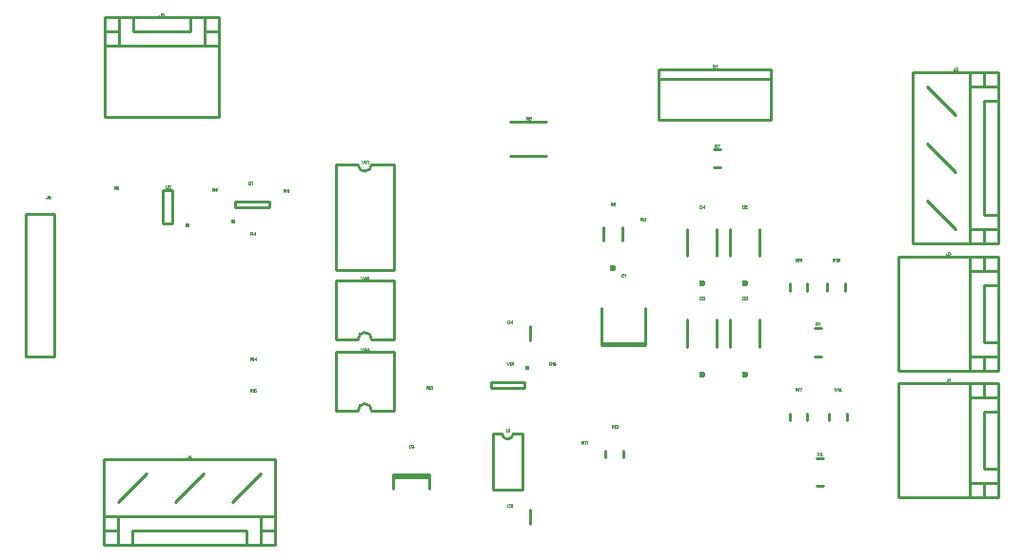
<source format=gbr>
G04 DipTrace 2.4.0.2*
%INUpper_marking.gbr*%
%MOIN*%
%ADD10C,0.0098*%
%ADD15C,0.0236*%
%ADD30C,0.0154*%
%ADD86C,0.0015*%
%FSLAX44Y44*%
G04*
G70*
G90*
G75*
G01*
%LNTopSilk*%
%LPD*%
X20170Y7270D2*
D10*
Y8566D1*
X21705Y7270D2*
Y8566D1*
Y7270D2*
X20170D1*
X21705Y7343D2*
X20170D1*
X17664Y1506D2*
Y994D1*
X12870Y2644D2*
X14130D1*
X12870Y2719D2*
X14130D1*
X12870D2*
Y2246D1*
X14130Y2719D2*
Y2246D1*
X17665Y7943D2*
Y7431D1*
X22156Y16938D2*
X26094D1*
Y15166D1*
X22156D1*
Y16938D1*
Y16584D2*
X26094D1*
D15*
X23687Y6242D3*
X23176Y7206D2*
D10*
Y8151D1*
X24199Y7206D2*
Y8151D1*
D15*
X25188Y6242D3*
X24676Y7206D2*
D10*
Y8151D1*
X25699Y7206D2*
Y8151D1*
D15*
X23687Y9429D3*
X23176Y10394D2*
D10*
Y11338D1*
X24199Y10394D2*
Y11338D1*
D15*
X25188Y9429D3*
X24676Y10394D2*
D10*
Y11338D1*
X25699Y10394D2*
Y11338D1*
X20228Y10933D2*
Y11406D1*
X20897Y10933D2*
Y11406D1*
D15*
X20562Y9968D3*
X30562Y1937D2*
D10*
X34062D1*
Y5937D1*
X30562D1*
Y1937D1*
X33063D2*
Y5937D1*
X33562Y1937D2*
Y2437D1*
X33063D2*
X33562D1*
X34062D1*
X33063Y5437D2*
X34062D1*
X33562D2*
Y5937D1*
Y2937D2*
Y4937D1*
X34062D1*
X33562Y2937D2*
X34062D1*
X31063Y10844D2*
X34063D1*
Y16844D1*
X31063D1*
Y10844D1*
X33063D2*
Y16844D1*
X33562Y10844D2*
Y11343D1*
Y16344D2*
Y16844D1*
X33063Y16344D2*
X34063D1*
X33063Y11343D2*
X34063D1*
X32563D2*
X31563Y12344D1*
X32563Y13344D2*
X31563Y14343D1*
X32563Y15344D2*
X31563Y16344D1*
X33562Y11844D2*
X34063D1*
Y15843D1*
X33562D1*
Y11844D1*
X30562Y6375D2*
X34062D1*
Y10375D1*
X30562D1*
Y6375D1*
X33063D2*
Y10375D1*
X33562Y6375D2*
Y6875D1*
X33063D2*
X33562D1*
X34062D1*
X33063Y9875D2*
X34062D1*
X33562D2*
Y10375D1*
Y7375D2*
Y9375D1*
X34062D1*
X33562Y7375D2*
X34062D1*
X2719Y3250D2*
X8719D1*
Y250D1*
X2719D1*
Y3250D1*
Y1250D2*
X8719D1*
X2719Y750D2*
X3218D1*
X8219D2*
X8719D1*
X8219Y1250D2*
Y250D1*
X3218Y1250D2*
Y250D1*
Y1750D2*
X4219Y2750D1*
X5219Y1750D2*
X6218Y2750D1*
X7219Y1750D2*
X8219Y2750D1*
X3719Y750D2*
X7718D1*
Y250D1*
X3719D1*
Y750D1*
X1000Y11875D2*
X0D1*
Y6875D1*
X1000D1*
Y11875D1*
X6750Y15250D2*
X2750D1*
Y18750D1*
X6750D1*
Y15250D1*
Y17750D2*
X2750D1*
X6750Y18250D2*
X6250D1*
Y17750D2*
Y18250D1*
Y18750D1*
X3250Y17750D2*
Y18750D1*
Y18250D2*
X2750D1*
X5750D2*
X3750D1*
Y18750D1*
X5750Y18250D2*
Y18750D1*
D30*
X7254Y11603D3*
X7346Y12104D2*
D10*
X8527D1*
Y12301D1*
X7346D1*
Y12104D1*
X27621Y7867D2*
X27856D1*
X27621Y6883D2*
X27856D1*
X27683Y3305D2*
X27919D1*
X27683Y2320D2*
X27919D1*
X24317Y14127D2*
X24081D1*
X24317Y13498D2*
X24081D1*
X16974Y15091D2*
X18233D1*
X16974Y13909D2*
X18233D1*
X20311Y3567D2*
Y3331D1*
X20940Y3567D2*
Y3331D1*
X28754Y4620D2*
Y4856D1*
X28125Y4620D2*
Y4856D1*
X27379Y4620D2*
Y4856D1*
X26750Y4620D2*
Y4856D1*
X28692Y9183D2*
Y9419D1*
X28063Y9183D2*
Y9419D1*
X27379Y9183D2*
Y9419D1*
X26750Y9183D2*
Y9419D1*
X16364Y4172D2*
Y2203D1*
X17387Y4172D2*
Y2203D1*
X16364D2*
X17387D1*
X16679Y4172D2*
X16364D1*
X17072D2*
X17387D1*
X16679D2*
G03X17072Y4172I197J0D01*
G01*
D30*
X5666Y11481D3*
X5126Y11533D2*
D10*
Y12715D1*
X4811Y11533D2*
Y12715D1*
X5126D2*
X4811D1*
X5126Y11533D2*
X4811D1*
D30*
X17559Y6460D3*
X17467Y5958D2*
D10*
X16286D1*
Y5762D1*
X17467D1*
Y5958D1*
X10852Y9900D2*
X12898D1*
X10852Y13600D2*
Y9900D1*
X12898Y13600D2*
Y9900D1*
X10852Y13600D2*
X11638D1*
X12898D2*
X12112D1*
X11638D2*
G03X12112Y13600I237J0D01*
G01*
X12899Y7476D2*
Y9524D1*
X10851D1*
Y7476D1*
X11639D1*
X12111D2*
X12899D1*
X12111D2*
G03X11639Y7476I-236J0D01*
G01*
X12899Y4976D2*
Y7024D1*
X10851D1*
Y4976D1*
X11639D1*
X12111D2*
X12899D1*
X12111D2*
G03X11639Y4976I-236J0D01*
G01*
X20946Y9733D2*
D86*
X20941Y9743D1*
X20932Y9752D1*
X20922Y9757D1*
X20903D1*
X20893Y9752D1*
X20884Y9743D1*
X20879Y9733D1*
X20874Y9719D1*
Y9695D1*
X20879Y9681D1*
X20884Y9671D1*
X20893Y9662D1*
X20903Y9657D1*
X20922D1*
X20932Y9662D1*
X20941Y9671D1*
X20946Y9681D1*
X20977Y9738D2*
X20986Y9743D1*
X21001Y9757D1*
Y9657D1*
X16942Y1668D2*
X16937Y1677D1*
X16927Y1687D1*
X16918Y1692D1*
X16899D1*
X16889Y1687D1*
X16880Y1677D1*
X16875Y1668D1*
X16870Y1653D1*
Y1629D1*
X16875Y1615D1*
X16880Y1606D1*
X16889Y1596D1*
X16899Y1591D1*
X16918D1*
X16927Y1596D1*
X16937Y1606D1*
X16942Y1615D1*
X16978Y1668D2*
Y1672D1*
X16982Y1682D1*
X16987Y1687D1*
X16997Y1692D1*
X17016D1*
X17025Y1687D1*
X17030Y1682D1*
X17035Y1672D1*
Y1663D1*
X17030Y1653D1*
X17021Y1639D1*
X16973Y1591D1*
X17040D1*
X13487Y3747D2*
X13482Y3756D1*
X13473Y3766D1*
X13463Y3770D1*
X13444D1*
X13434Y3766D1*
X13425Y3756D1*
X13420Y3747D1*
X13415Y3732D1*
Y3708D1*
X13420Y3694D1*
X13425Y3684D1*
X13434Y3675D1*
X13444Y3670D1*
X13463D1*
X13473Y3675D1*
X13482Y3684D1*
X13487Y3694D1*
X13527Y3770D2*
X13580D1*
X13551Y3732D1*
X13566D1*
X13575Y3727D1*
X13580Y3723D1*
X13585Y3708D1*
Y3699D1*
X13580Y3684D1*
X13570Y3675D1*
X13556Y3670D1*
X13542D1*
X13527Y3675D1*
X13523Y3680D1*
X13518Y3689D1*
X16940Y8105D2*
X16936Y8114D1*
X16926Y8124D1*
X16917Y8129D1*
X16897D1*
X16888Y8124D1*
X16878Y8114D1*
X16874Y8105D1*
X16869Y8091D1*
Y8067D1*
X16874Y8052D1*
X16878Y8043D1*
X16888Y8033D1*
X16897Y8028D1*
X16917D1*
X16926Y8033D1*
X16936Y8043D1*
X16940Y8052D1*
X17019Y8028D2*
Y8129D1*
X16971Y8062D1*
X17043D1*
X24064Y17084D2*
Y16984D1*
X24098D1*
X24112Y16989D1*
X24122Y16998D1*
X24126Y17008D1*
X24131Y17022D1*
Y17046D1*
X24126Y17061D1*
X24122Y17070D1*
X24112Y17080D1*
X24098Y17084D1*
X24064D1*
X24162Y17065D2*
X24172Y17070D1*
X24186Y17084D1*
Y16984D1*
X23605Y8967D2*
Y8866D1*
X23639D1*
X23653Y8871D1*
X23663Y8881D1*
X23667Y8890D1*
X23672Y8905D1*
Y8929D1*
X23667Y8943D1*
X23663Y8952D1*
X23653Y8962D1*
X23639Y8967D1*
X23605D1*
X23708Y8943D2*
Y8948D1*
X23713Y8957D1*
X23717Y8962D1*
X23727Y8967D1*
X23746D1*
X23756Y8962D1*
X23760Y8957D1*
X23765Y8948D1*
Y8938D1*
X23760Y8928D1*
X23751Y8914D1*
X23703Y8866D1*
X23770D1*
X25105Y8967D2*
Y8866D1*
X25139D1*
X25153Y8871D1*
X25163Y8881D1*
X25167Y8890D1*
X25172Y8905D1*
Y8929D1*
X25167Y8943D1*
X25163Y8952D1*
X25153Y8962D1*
X25139Y8967D1*
X25105D1*
X25213D2*
X25265D1*
X25236Y8928D1*
X25251D1*
X25260Y8924D1*
X25265Y8919D1*
X25270Y8905D1*
Y8895D1*
X25265Y8881D1*
X25256Y8871D1*
X25241Y8866D1*
X25227D1*
X25213Y8871D1*
X25208Y8876D1*
X25203Y8885D1*
X23603Y12154D2*
Y12054D1*
X23636D1*
X23651Y12059D1*
X23660Y12068D1*
X23665Y12078D1*
X23670Y12092D1*
Y12116D1*
X23665Y12130D1*
X23660Y12140D1*
X23651Y12150D1*
X23636Y12154D1*
X23603D1*
X23748Y12054D2*
Y12154D1*
X23701Y12087D1*
X23772D1*
X25105Y12154D2*
Y12054D1*
X25139D1*
X25153Y12059D1*
X25163Y12068D1*
X25167Y12078D1*
X25172Y12092D1*
Y12116D1*
X25167Y12130D1*
X25163Y12140D1*
X25153Y12150D1*
X25139Y12154D1*
X25105D1*
X25260D2*
X25213D1*
X25208Y12111D1*
X25213Y12116D1*
X25227Y12121D1*
X25241D1*
X25256Y12116D1*
X25265Y12106D1*
X25270Y12092D1*
Y12083D1*
X25265Y12068D1*
X25256Y12059D1*
X25241Y12054D1*
X25227D1*
X25213Y12059D1*
X25208Y12063D1*
X25203Y12073D1*
X20482Y12261D2*
Y12160D1*
X20516D1*
X20530Y12165D1*
X20540Y12175D1*
X20545Y12184D1*
X20549Y12198D1*
Y12222D1*
X20545Y12237D1*
X20540Y12246D1*
X20530Y12256D1*
X20516Y12261D1*
X20482D1*
X20638Y12246D2*
X20633Y12256D1*
X20619Y12261D1*
X20609D1*
X20595Y12256D1*
X20585Y12241D1*
X20580Y12218D1*
Y12194D1*
X20585Y12175D1*
X20595Y12165D1*
X20609Y12160D1*
X20614D1*
X20628Y12165D1*
X20638Y12175D1*
X20642Y12189D1*
Y12194D1*
X20638Y12208D1*
X20628Y12218D1*
X20614Y12222D1*
X20609D1*
X20595Y12218D1*
X20585Y12208D1*
X20580Y12194D1*
X32309Y6084D2*
Y6007D1*
X32304Y5993D1*
X32299Y5988D1*
X32290Y5983D1*
X32280D1*
X32271Y5988D1*
X32266Y5993D1*
X32261Y6007D1*
Y6017D1*
X32340Y6065D2*
X32349Y6070D1*
X32364Y6084D1*
Y5983D1*
X32538Y16990D2*
Y16913D1*
X32533Y16899D1*
X32528Y16894D1*
X32518Y16889D1*
X32509D1*
X32499Y16894D1*
X32495Y16899D1*
X32490Y16913D1*
Y16923D1*
X32573Y16966D2*
Y16971D1*
X32578Y16980D1*
X32583Y16985D1*
X32592Y16990D1*
X32611D1*
X32621Y16985D1*
X32626Y16980D1*
X32631Y16971D1*
Y16961D1*
X32626Y16952D1*
X32616Y16937D1*
X32568Y16889D1*
X32635D1*
X32287Y10521D2*
Y10445D1*
X32283Y10431D1*
X32278Y10426D1*
X32268Y10421D1*
X32259D1*
X32249Y10426D1*
X32244Y10431D1*
X32240Y10445D1*
Y10454D1*
X32328Y10521D2*
X32380D1*
X32352Y10483D1*
X32366D1*
X32376Y10478D1*
X32380Y10474D1*
X32385Y10459D1*
Y10450D1*
X32380Y10435D1*
X32371Y10426D1*
X32357Y10421D1*
X32342D1*
X32328Y10426D1*
X32323Y10431D1*
X32318Y10440D1*
X5691Y3396D2*
Y3320D1*
X5686Y3306D1*
X5682Y3301D1*
X5672Y3296D1*
X5662D1*
X5653Y3301D1*
X5648Y3306D1*
X5643Y3320D1*
Y3329D1*
X5770Y3296D2*
Y3396D1*
X5722Y3329D1*
X5794D1*
X750Y12514D2*
Y12437D1*
X745Y12423D1*
X740Y12418D1*
X730Y12413D1*
X721D1*
X711Y12418D1*
X707Y12423D1*
X702Y12437D1*
Y12447D1*
X838Y12513D2*
X790D1*
X785Y12470D1*
X790Y12475D1*
X804Y12480D1*
X819D1*
X833Y12475D1*
X843Y12466D1*
X847Y12451D1*
Y12442D1*
X843Y12427D1*
X833Y12418D1*
X819Y12413D1*
X804D1*
X790Y12418D1*
X785Y12423D1*
X780Y12432D1*
X4727Y18896D2*
Y18820D1*
X4723Y18806D1*
X4718Y18801D1*
X4708Y18796D1*
X4699D1*
X4689Y18801D1*
X4684Y18806D1*
X4680Y18820D1*
Y18829D1*
X4816Y18882D2*
X4811Y18892D1*
X4797Y18896D1*
X4787D1*
X4773Y18892D1*
X4763Y18877D1*
X4758Y18853D1*
Y18829D1*
X4763Y18810D1*
X4773Y18801D1*
X4787Y18796D1*
X4792D1*
X4806Y18801D1*
X4816Y18810D1*
X4820Y18825D1*
Y18829D1*
X4816Y18844D1*
X4806Y18853D1*
X4792Y18858D1*
X4787D1*
X4773Y18853D1*
X4763Y18844D1*
X4758Y18829D1*
X7815Y13009D2*
X7806Y13004D1*
X7796Y12994D1*
X7791Y12985D1*
X7786Y12970D1*
Y12947D1*
X7791Y12932D1*
X7796Y12923D1*
X7806Y12913D1*
X7815Y12908D1*
X7834D1*
X7844Y12913D1*
X7853Y12923D1*
X7858Y12932D1*
X7863Y12947D1*
Y12970D1*
X7858Y12985D1*
X7853Y12994D1*
X7844Y13004D1*
X7834Y13009D1*
X7815D1*
X7829Y12927D2*
X7858Y12899D1*
X7894Y12989D2*
X7903Y12994D1*
X7918Y13009D1*
Y12908D1*
X27678Y8005D2*
X27721D1*
X27735Y8010D1*
X27740Y8015D1*
X27745Y8024D1*
Y8034D1*
X27740Y8043D1*
X27735Y8048D1*
X27721Y8053D1*
X27678D1*
Y7952D1*
X27711Y8005D2*
X27745Y7952D1*
X27776Y8034D2*
X27785Y8039D1*
X27800Y8053D1*
Y7952D1*
X27719Y3443D2*
X27762D1*
X27776Y3447D1*
X27781Y3452D1*
X27786Y3462D1*
Y3471D1*
X27781Y3481D1*
X27776Y3486D1*
X27762Y3490D1*
X27719D1*
Y3390D1*
X27752Y3443D2*
X27786Y3390D1*
X27821Y3466D2*
Y3471D1*
X27826Y3481D1*
X27831Y3486D1*
X27841Y3490D1*
X27860D1*
X27869Y3486D1*
X27874Y3481D1*
X27879Y3471D1*
Y3462D1*
X27874Y3452D1*
X27864Y3438D1*
X27817Y3390D1*
X27884D1*
X21543Y11690D2*
X21586D1*
X21600Y11695D1*
X21605Y11700D1*
X21610Y11709D1*
Y11719D1*
X21605Y11728D1*
X21600Y11733D1*
X21586Y11738D1*
X21543D1*
Y11638D1*
X21576Y11690D2*
X21610Y11638D1*
X21650Y11738D2*
X21703D1*
X21674Y11700D1*
X21688D1*
X21698Y11695D1*
X21703Y11690D1*
X21707Y11676D1*
Y11666D1*
X21703Y11652D1*
X21693Y11642D1*
X21679Y11638D1*
X21664D1*
X21650Y11642D1*
X21645Y11647D1*
X21640Y11657D1*
X7875Y11170D2*
X7918D1*
X7932Y11175D1*
X7937Y11180D1*
X7942Y11190D1*
Y11199D1*
X7937Y11209D1*
X7932Y11214D1*
X7918Y11218D1*
X7875D1*
Y11118D1*
X7908Y11170D2*
X7942Y11118D1*
X8021D2*
Y11218D1*
X7973Y11151D1*
X8044D1*
X6543Y12734D2*
X6586D1*
X6600Y12739D1*
X6605Y12744D1*
X6610Y12754D1*
Y12763D1*
X6605Y12773D1*
X6600Y12778D1*
X6586Y12782D1*
X6543D1*
Y12682D1*
X6576Y12734D2*
X6610Y12682D1*
X6698Y12782D2*
X6650D1*
X6645Y12739D1*
X6650Y12744D1*
X6664Y12749D1*
X6679D1*
X6693Y12744D1*
X6703Y12734D1*
X6707Y12720D1*
Y12711D1*
X6703Y12696D1*
X6693Y12687D1*
X6679Y12682D1*
X6664D1*
X6650Y12687D1*
X6645Y12691D1*
X6640Y12701D1*
X3085Y12795D2*
X3128D1*
X3143Y12800D1*
X3148Y12805D1*
X3152Y12815D1*
Y12824D1*
X3148Y12834D1*
X3143Y12839D1*
X3128Y12843D1*
X3085D1*
Y12743D1*
X3119Y12795D2*
X3152Y12743D1*
X3241Y12829D2*
X3236Y12838D1*
X3221Y12843D1*
X3212D1*
X3198Y12838D1*
X3188Y12824D1*
X3183Y12800D1*
Y12776D1*
X3188Y12757D1*
X3198Y12748D1*
X3212Y12743D1*
X3217D1*
X3231Y12748D1*
X3241Y12757D1*
X3245Y12772D1*
Y12776D1*
X3241Y12791D1*
X3231Y12800D1*
X3217Y12805D1*
X3212D1*
X3198Y12800D1*
X3188Y12791D1*
X3183Y12776D1*
X24116Y14265D2*
X24159D1*
X24174Y14270D1*
X24179Y14275D1*
X24183Y14285D1*
Y14294D1*
X24179Y14304D1*
X24174Y14309D1*
X24159Y14313D1*
X24116D1*
Y14213D1*
X24150Y14265D2*
X24183Y14213D1*
X24233D2*
X24281Y14313D1*
X24214D1*
X17521Y15229D2*
X17564D1*
X17578Y15234D1*
X17583Y15238D1*
X17588Y15248D1*
Y15258D1*
X17583Y15267D1*
X17578Y15272D1*
X17564Y15277D1*
X17521D1*
Y15176D1*
X17555Y15229D2*
X17588Y15176D1*
X17643Y15277D2*
X17628Y15272D1*
X17624Y15262D1*
Y15253D1*
X17628Y15243D1*
X17638Y15238D1*
X17657Y15234D1*
X17671Y15229D1*
X17681Y15219D1*
X17686Y15210D1*
Y15195D1*
X17681Y15186D1*
X17676Y15181D1*
X17662Y15176D1*
X17643D1*
X17628Y15181D1*
X17624Y15186D1*
X17619Y15195D1*
Y15210D1*
X17624Y15219D1*
X17633Y15229D1*
X17648Y15234D1*
X17667Y15238D1*
X17676Y15243D1*
X17681Y15253D1*
Y15262D1*
X17676Y15272D1*
X17662Y15277D1*
X17643D1*
X9045Y12690D2*
X9088D1*
X9102Y12695D1*
X9107Y12700D1*
X9112Y12709D1*
Y12719D1*
X9107Y12728D1*
X9102Y12733D1*
X9088Y12738D1*
X9045D1*
Y12638D1*
X9078Y12690D2*
X9112Y12638D1*
X9205Y12704D2*
X9200Y12690D1*
X9191Y12681D1*
X9176Y12676D1*
X9172D1*
X9157Y12681D1*
X9148Y12690D1*
X9143Y12704D1*
Y12709D1*
X9148Y12724D1*
X9157Y12733D1*
X9172Y12738D1*
X9176D1*
X9191Y12733D1*
X9200Y12724D1*
X9205Y12704D1*
Y12681D1*
X9200Y12657D1*
X9191Y12642D1*
X9176Y12638D1*
X9167D1*
X9152Y12642D1*
X9148Y12652D1*
X18328Y6609D2*
X18371D1*
X18386Y6614D1*
X18390Y6619D1*
X18395Y6629D1*
Y6638D1*
X18390Y6648D1*
X18386Y6653D1*
X18371Y6657D1*
X18328D1*
Y6557D1*
X18362Y6609D2*
X18395Y6557D1*
X18426Y6638D2*
X18436Y6643D1*
X18450Y6657D1*
Y6557D1*
X18510Y6657D2*
X18495Y6652D1*
X18486Y6638D1*
X18481Y6614D1*
Y6600D1*
X18486Y6576D1*
X18495Y6562D1*
X18510Y6557D1*
X18519D1*
X18533Y6562D1*
X18543Y6576D1*
X18548Y6600D1*
Y6614D1*
X18543Y6638D1*
X18533Y6652D1*
X18519Y6657D1*
X18510D1*
X18543Y6638D2*
X18486Y6576D1*
X19475Y3859D2*
X19518D1*
X19532Y3864D1*
X19537Y3869D1*
X19542Y3879D1*
Y3888D1*
X19537Y3898D1*
X19532Y3903D1*
X19518Y3907D1*
X19475D1*
Y3807D1*
X19508Y3859D2*
X19542Y3807D1*
X19572Y3888D2*
X19582Y3893D1*
X19596Y3907D1*
Y3807D1*
X19627Y3888D2*
X19637Y3893D1*
X19651Y3907D1*
Y3807D1*
X20516Y4414D2*
X20559D1*
X20573Y4418D1*
X20578Y4423D1*
X20583Y4433D1*
Y4442D1*
X20578Y4452D1*
X20573Y4457D1*
X20559Y4461D1*
X20516D1*
Y4361D1*
X20549Y4414D2*
X20583Y4361D1*
X20614Y4442D2*
X20623Y4447D1*
X20637Y4461D1*
Y4361D1*
X20673Y4437D2*
Y4442D1*
X20678Y4452D1*
X20683Y4457D1*
X20692Y4461D1*
X20711D1*
X20721Y4457D1*
X20726Y4452D1*
X20731Y4442D1*
Y4433D1*
X20726Y4423D1*
X20716Y4409D1*
X20668Y4361D1*
X20735D1*
X14015Y5797D2*
X14058D1*
X14073Y5802D1*
X14077Y5807D1*
X14082Y5816D1*
Y5826D1*
X14077Y5835D1*
X14073Y5840D1*
X14058Y5845D1*
X14015D1*
Y5744D1*
X14049Y5797D2*
X14082Y5744D1*
X14113Y5826D2*
X14123Y5830D1*
X14137Y5845D1*
Y5744D1*
X14177Y5845D2*
X14230D1*
X14201Y5806D1*
X14216D1*
X14225Y5802D1*
X14230Y5797D1*
X14235Y5783D1*
Y5773D1*
X14230Y5759D1*
X14220Y5749D1*
X14206Y5744D1*
X14192D1*
X14177Y5749D1*
X14173Y5754D1*
X14168Y5763D1*
X7847Y6795D2*
X7890D1*
X7905Y6800D1*
X7910Y6805D1*
X7914Y6815D1*
Y6824D1*
X7910Y6834D1*
X7905Y6839D1*
X7890Y6843D1*
X7847D1*
Y6743D1*
X7881Y6795D2*
X7914Y6743D1*
X7945Y6824D2*
X7955Y6829D1*
X7969Y6843D1*
Y6743D1*
X8048D2*
Y6843D1*
X8000Y6776D1*
X8072D1*
X7850Y5670D2*
X7893D1*
X7907Y5675D1*
X7912Y5680D1*
X7917Y5690D1*
Y5699D1*
X7912Y5709D1*
X7907Y5714D1*
X7893Y5718D1*
X7850D1*
Y5618D1*
X7883Y5670D2*
X7917Y5618D1*
X7948Y5699D2*
X7957Y5704D1*
X7972Y5718D1*
Y5618D1*
X8060Y5718D2*
X8012D1*
X8007Y5675D1*
X8012Y5680D1*
X8027Y5685D1*
X8041D1*
X8055Y5680D1*
X8065Y5670D1*
X8070Y5656D1*
Y5647D1*
X8065Y5632D1*
X8055Y5623D1*
X8041Y5618D1*
X8027D1*
X8012Y5623D1*
X8007Y5627D1*
X8003Y5637D1*
X28332Y5703D2*
X28375D1*
X28390Y5707D1*
X28395Y5712D1*
X28399Y5722D1*
Y5731D1*
X28395Y5741D1*
X28390Y5746D1*
X28375Y5750D1*
X28332D1*
Y5650D1*
X28366Y5703D2*
X28399Y5650D1*
X28430Y5731D2*
X28440Y5736D1*
X28454Y5750D1*
Y5650D1*
X28542Y5736D2*
X28538Y5746D1*
X28523Y5750D1*
X28514D1*
X28499Y5746D1*
X28490Y5731D1*
X28485Y5707D1*
Y5683D1*
X28490Y5664D1*
X28499Y5655D1*
X28514Y5650D1*
X28519D1*
X28533Y5655D1*
X28542Y5664D1*
X28547Y5679D1*
Y5683D1*
X28542Y5698D1*
X28533Y5707D1*
X28519Y5712D1*
X28514D1*
X28499Y5707D1*
X28490Y5698D1*
X28485Y5683D1*
X26955Y5703D2*
X26998D1*
X27012Y5707D1*
X27017Y5712D1*
X27022Y5722D1*
Y5731D1*
X27017Y5741D1*
X27012Y5746D1*
X26998Y5750D1*
X26955D1*
Y5650D1*
X26988Y5703D2*
X27022Y5650D1*
X27053Y5731D2*
X27062Y5736D1*
X27077Y5750D1*
Y5650D1*
X27127D2*
X27174Y5750D1*
X27108D1*
X28267Y10266D2*
X28310D1*
X28325Y10270D1*
X28330Y10275D1*
X28334Y10285D1*
Y10294D1*
X28330Y10304D1*
X28325Y10309D1*
X28310Y10313D1*
X28267D1*
Y10213D1*
X28301Y10266D2*
X28334Y10213D1*
X28365Y10294D2*
X28375Y10299D1*
X28389Y10313D1*
Y10213D1*
X28444Y10313D2*
X28430Y10309D1*
X28425Y10299D1*
Y10289D1*
X28430Y10280D1*
X28439Y10275D1*
X28458Y10270D1*
X28473Y10266D1*
X28482Y10256D1*
X28487Y10246D1*
Y10232D1*
X28482Y10223D1*
X28478Y10218D1*
X28463Y10213D1*
X28444D1*
X28430Y10218D1*
X28425Y10223D1*
X28420Y10232D1*
Y10246D1*
X28425Y10256D1*
X28435Y10266D1*
X28449Y10270D1*
X28468Y10275D1*
X28478Y10280D1*
X28482Y10289D1*
Y10299D1*
X28478Y10309D1*
X28463Y10313D1*
X28444D1*
X26957Y10266D2*
X27000D1*
X27015Y10270D1*
X27019Y10275D1*
X27024Y10285D1*
Y10294D1*
X27019Y10304D1*
X27015Y10309D1*
X27000Y10313D1*
X26957D1*
Y10213D1*
X26991Y10266D2*
X27024Y10213D1*
X27055Y10294D2*
X27065Y10299D1*
X27079Y10313D1*
Y10213D1*
X27172Y10280D2*
X27167Y10266D1*
X27158Y10256D1*
X27143Y10251D1*
X27139D1*
X27124Y10256D1*
X27115Y10266D1*
X27110Y10280D1*
Y10285D1*
X27115Y10299D1*
X27124Y10309D1*
X27139Y10313D1*
X27143D1*
X27158Y10309D1*
X27167Y10299D1*
X27172Y10280D1*
Y10256D1*
X27167Y10232D1*
X27158Y10218D1*
X27143Y10213D1*
X27134D1*
X27119Y10218D1*
X27115Y10227D1*
X16815Y4318D2*
Y4246D1*
X16819Y4232D1*
X16829Y4223D1*
X16843Y4218D1*
X16853D1*
X16867Y4223D1*
X16877Y4232D1*
X16882Y4246D1*
Y4318D1*
X16912Y4299D2*
X16922Y4304D1*
X16936Y4318D1*
Y4218D1*
X4899Y12861D2*
Y12789D1*
X4904Y12775D1*
X4914Y12765D1*
X4928Y12761D1*
X4938D1*
X4952Y12765D1*
X4962Y12775D1*
X4966Y12789D1*
Y12861D1*
X5002Y12837D2*
Y12842D1*
X5007Y12851D1*
X5012Y12856D1*
X5021Y12861D1*
X5040D1*
X5050Y12856D1*
X5055Y12851D1*
X5060Y12842D1*
Y12832D1*
X5055Y12823D1*
X5045Y12808D1*
X4997Y12761D1*
X5064D1*
X16846Y6683D2*
X16885Y6583D1*
X16923Y6683D1*
X16954D2*
Y6583D1*
X16987D1*
X17002Y6588D1*
X17011Y6597D1*
X17016Y6607D1*
X17021Y6621D1*
Y6645D1*
X17016Y6659D1*
X17011Y6669D1*
X17002Y6678D1*
X16987Y6683D1*
X16954D1*
X17052Y6664D2*
X17061Y6669D1*
X17076Y6683D1*
Y6583D1*
X11756Y13747D2*
X11794Y13646D1*
X11832Y13747D1*
X11892D2*
X11882Y13742D1*
X11873Y13732D1*
X11868Y13723D1*
X11863Y13709D1*
Y13685D1*
X11868Y13670D1*
X11873Y13661D1*
X11882Y13651D1*
X11892Y13646D1*
X11911D1*
X11920Y13651D1*
X11930Y13661D1*
X11935Y13670D1*
X11939Y13685D1*
Y13709D1*
X11935Y13723D1*
X11930Y13732D1*
X11920Y13742D1*
X11911Y13747D1*
X11892D1*
X11970Y13728D2*
X11980Y13732D1*
X11994Y13747D1*
Y13646D1*
X11734Y9670D2*
X11772Y9570D1*
X11811Y9670D1*
X11870D2*
X11861Y9665D1*
X11851Y9656D1*
X11846Y9646D1*
X11842Y9632D1*
Y9608D1*
X11846Y9594D1*
X11851Y9584D1*
X11861Y9574D1*
X11870Y9570D1*
X11889D1*
X11899Y9574D1*
X11908Y9584D1*
X11913Y9594D1*
X11918Y9608D1*
Y9632D1*
X11913Y9646D1*
X11908Y9656D1*
X11899Y9665D1*
X11889Y9670D1*
X11870D1*
X11954Y9646D2*
Y9651D1*
X11958Y9660D1*
X11963Y9665D1*
X11973Y9670D1*
X11992D1*
X12001Y9665D1*
X12006Y9660D1*
X12011Y9651D1*
Y9641D1*
X12006Y9632D1*
X11997Y9617D1*
X11949Y9570D1*
X12016D1*
X11734Y7170D2*
X11772Y7070D1*
X11811Y7170D1*
X11870D2*
X11861Y7165D1*
X11851Y7156D1*
X11846Y7146D1*
X11842Y7132D1*
Y7108D1*
X11846Y7094D1*
X11851Y7084D1*
X11861Y7074D1*
X11870Y7070D1*
X11889D1*
X11899Y7074D1*
X11908Y7084D1*
X11913Y7094D1*
X11918Y7108D1*
Y7132D1*
X11913Y7146D1*
X11908Y7156D1*
X11899Y7165D1*
X11889Y7170D1*
X11870D1*
X11958D2*
X12011D1*
X11982Y7132D1*
X11997D1*
X12006Y7127D1*
X12011Y7122D1*
X12016Y7108D1*
Y7098D1*
X12011Y7084D1*
X12001Y7074D1*
X11987Y7070D1*
X11973D1*
X11958Y7074D1*
X11954Y7079D1*
X11949Y7089D1*
M02*

</source>
